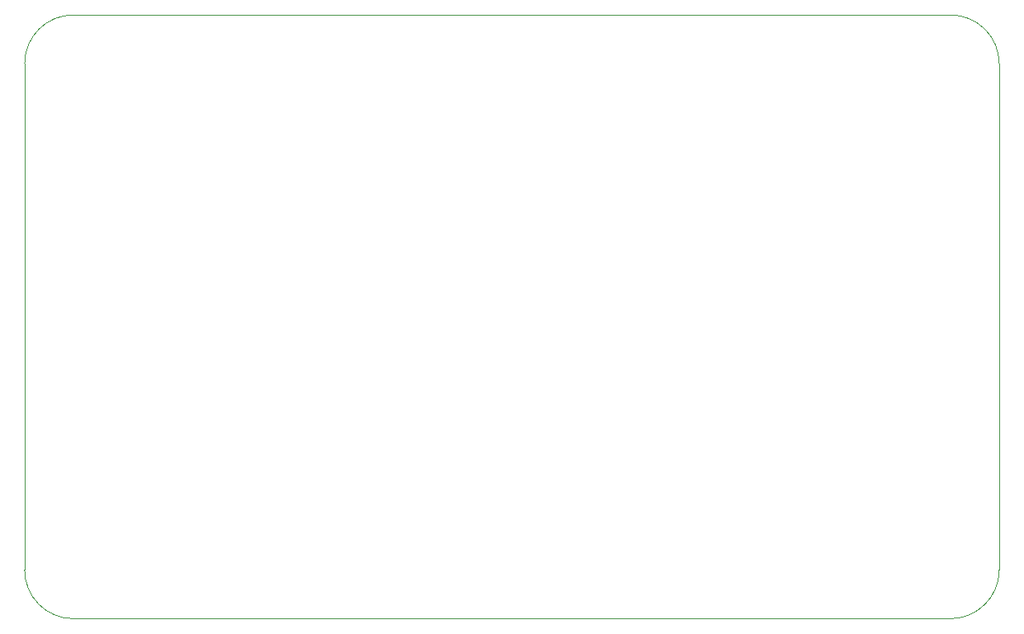
<source format=gbr>
G04 #@! TF.GenerationSoftware,KiCad,Pcbnew,(5.1.5-0-10_14)*
G04 #@! TF.CreationDate,2020-04-18T14:32:56+10:00*
G04 #@! TF.ProjectId,etch-a-sketch,65746368-2d61-42d7-936b-657463682e6b,rev?*
G04 #@! TF.SameCoordinates,Original*
G04 #@! TF.FileFunction,Profile,NP*
%FSLAX46Y46*%
G04 Gerber Fmt 4.6, Leading zero omitted, Abs format (unit mm)*
G04 Created by KiCad (PCBNEW (5.1.5-0-10_14)) date 2020-04-18 14:32:56*
%MOMM*%
%LPD*%
G04 APERTURE LIST*
%ADD10C,0.050000*%
G04 APERTURE END LIST*
D10*
X120000000Y-77000000D02*
G75*
G02X115000000Y-82000000I-5000000J0D01*
G01*
X115000000Y-20000000D02*
G75*
G02X120000000Y-25000000I0J-5000000D01*
G01*
X25000000Y-82000000D02*
G75*
G02X20000000Y-77000000I0J5000000D01*
G01*
X25000000Y-20000000D02*
X115000000Y-20000000D01*
X20000000Y-25000000D02*
G75*
G02X25000000Y-20000000I5000000J0D01*
G01*
X20000000Y-77000000D02*
X20000000Y-25000000D01*
X115000000Y-82000000D02*
X25000000Y-82000000D01*
X120000000Y-25000000D02*
X120000000Y-77000000D01*
M02*

</source>
